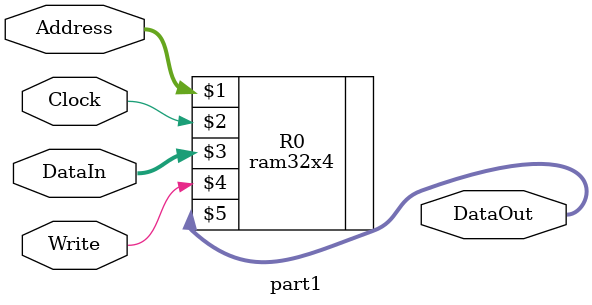
<source format=v>
module part1 (Address, Clock, DataIn, Write, DataOut);
	input [4:0] Address;
	input Clock;
	input [3:0] DataIn;
	input Write;
	output [3:0] DataOut;
	
	ram32x4 R0 (Address, Clock, DataIn, Write, DataOut);
endmodule
</source>
